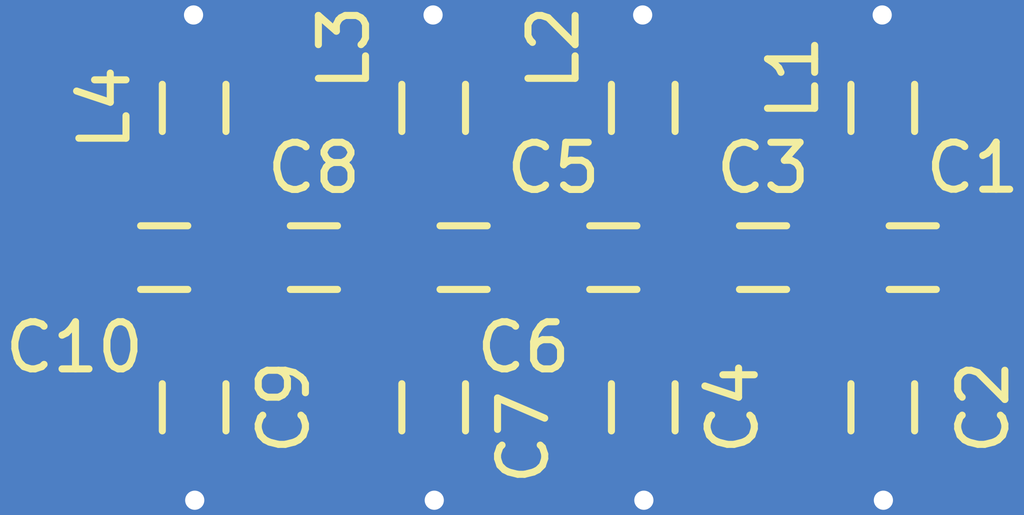
<source format=kicad_pcb>
(kicad_pcb (version 4) (host pcbnew "(2015-03-30 BZR 5554)-product")

  (general
    (links 20)
    (no_connects 0)
    (area 158.75 82.55 190.500001 107.950001)
    (thickness 1.6)
    (drawings 0)
    (tracks 47)
    (zones 0)
    (modules 14)
    (nets 9)
  )

  (page A4)
  (layers
    (0 F.Cu signal)
    (31 B.Cu signal hide)
    (32 B.Adhes user)
    (33 F.Adhes user)
    (34 B.Paste user)
    (35 F.Paste user)
    (36 B.SilkS user)
    (37 F.SilkS user)
    (38 B.Mask user)
    (39 F.Mask user)
    (40 Dwgs.User user)
    (41 Cmts.User user)
    (42 Eco1.User user)
    (43 Eco2.User user)
    (44 Edge.Cuts user)
    (45 Margin user)
    (46 B.CrtYd user)
    (47 F.CrtYd user)
    (48 B.Fab user)
    (49 F.Fab user)
  )

  (setup
    (last_trace_width 0.254)
    (trace_clearance 0.2032)
    (zone_clearance 0.508)
    (zone_45_only no)
    (trace_min 0.1524)
    (segment_width 0.2)
    (edge_width 0.1)
    (via_size 0.635)
    (via_drill 0.4064)
    (via_min_size 0.508)
    (via_min_drill 0.381)
    (uvia_size 0.3)
    (uvia_drill 0.1)
    (uvias_allowed no)
    (uvia_min_size 0)
    (uvia_min_drill 0)
    (pcb_text_width 0.3)
    (pcb_text_size 1.5 1.5)
    (mod_edge_width 0.15)
    (mod_text_size 1 1)
    (mod_text_width 0.15)
    (pad_size 1.5 1.5)
    (pad_drill 0.6)
    (pad_to_mask_clearance 0)
    (aux_axis_origin 0 0)
    (visible_elements FFFEFF7F)
    (pcbplotparams
      (layerselection 0x00030_80000001)
      (usegerberextensions false)
      (excludeedgelayer true)
      (linewidth 0.100000)
      (plotframeref false)
      (viasonmask false)
      (mode 1)
      (useauxorigin false)
      (hpglpennumber 1)
      (hpglpenspeed 20)
      (hpglpendiameter 15)
      (hpglpenoverlay 2)
      (psnegative false)
      (psa4output false)
      (plotreference true)
      (plotvalue true)
      (plotinvisibletext false)
      (padsonsilk false)
      (subtractmaskfromsilk false)
      (outputformat 1)
      (mirror false)
      (drillshape 1)
      (scaleselection 1)
      (outputdirectory ""))
  )

  (net 0 "")
  (net 1 "Net-(C1-Pad1)")
  (net 2 "Net-(C1-Pad2)")
  (net 3 GND)
  (net 4 "Net-(C3-Pad1)")
  (net 5 "Net-(C5-Pad1)")
  (net 6 "Net-(C6-Pad1)")
  (net 7 "Net-(C10-Pad2)")
  (net 8 "Net-(C10-Pad1)")

  (net_class Default "This is the default net class."
    (clearance 0.2032)
    (trace_width 0.254)
    (via_dia 0.635)
    (via_drill 0.4064)
    (uvia_dia 0.3)
    (uvia_drill 0.1)
    (add_net GND)
    (add_net "Net-(C1-Pad1)")
    (add_net "Net-(C1-Pad2)")
    (add_net "Net-(C10-Pad1)")
    (add_net "Net-(C10-Pad2)")
    (add_net "Net-(C3-Pad1)")
    (add_net "Net-(C5-Pad1)")
    (add_net "Net-(C6-Pad1)")
  )

  (module Resistors_SMD:R_0603 (layer F.Cu) (tedit 5415CC62) (tstamp 551A0FD8)
    (at 182.88 92.71)
    (descr "Resistor SMD 0603, reflow soldering, Vishay (see dcrcw.pdf)")
    (tags "resistor 0603")
    (path /551A5272)
    (attr smd)
    (fp_text reference C1 (at 1.27 -1.905) (layer F.SilkS)
      (effects (font (size 1 1) (thickness 0.15)))
    )
    (fp_text value 2.7p (at 0 1.9) (layer F.Fab)
      (effects (font (size 1 1) (thickness 0.15)))
    )
    (fp_line (start -1.3 -0.8) (end 1.3 -0.8) (layer F.CrtYd) (width 0.05))
    (fp_line (start -1.3 0.8) (end 1.3 0.8) (layer F.CrtYd) (width 0.05))
    (fp_line (start -1.3 -0.8) (end -1.3 0.8) (layer F.CrtYd) (width 0.05))
    (fp_line (start 1.3 -0.8) (end 1.3 0.8) (layer F.CrtYd) (width 0.05))
    (fp_line (start 0.5 0.675) (end -0.5 0.675) (layer F.SilkS) (width 0.15))
    (fp_line (start -0.5 -0.675) (end 0.5 -0.675) (layer F.SilkS) (width 0.15))
    (pad 1 smd rect (at -0.75 0) (size 0.5 0.9) (layers F.Cu F.Paste F.Mask)
      (net 1 "Net-(C1-Pad1)"))
    (pad 2 smd rect (at 0.75 0) (size 0.5 0.9) (layers F.Cu F.Paste F.Mask)
      (net 2 "Net-(C1-Pad2)"))
    (model Resistors_SMD.3dshapes/R_0603.wrl
      (at (xyz 0 0 0))
      (scale (xyz 1 1 1))
      (rotate (xyz 0 0 0))
    )
  )

  (module Resistors_SMD:R_0603 (layer F.Cu) (tedit 5415CC62) (tstamp 551A0FDE)
    (at 182.245 95.885 270)
    (descr "Resistor SMD 0603, reflow soldering, Vishay (see dcrcw.pdf)")
    (tags "resistor 0603")
    (path /551A5255)
    (attr smd)
    (fp_text reference C2 (at 0 -2.1336 270) (layer F.SilkS)
      (effects (font (size 1 1) (thickness 0.15)))
    )
    (fp_text value 8.2p (at 0 1.9 270) (layer F.Fab)
      (effects (font (size 1 1) (thickness 0.15)))
    )
    (fp_line (start -1.3 -0.8) (end 1.3 -0.8) (layer F.CrtYd) (width 0.05))
    (fp_line (start -1.3 0.8) (end 1.3 0.8) (layer F.CrtYd) (width 0.05))
    (fp_line (start -1.3 -0.8) (end -1.3 0.8) (layer F.CrtYd) (width 0.05))
    (fp_line (start 1.3 -0.8) (end 1.3 0.8) (layer F.CrtYd) (width 0.05))
    (fp_line (start 0.5 0.675) (end -0.5 0.675) (layer F.SilkS) (width 0.15))
    (fp_line (start -0.5 -0.675) (end 0.5 -0.675) (layer F.SilkS) (width 0.15))
    (pad 1 smd rect (at -0.75 0 270) (size 0.5 0.9) (layers F.Cu F.Paste F.Mask)
      (net 1 "Net-(C1-Pad1)"))
    (pad 2 smd rect (at 0.75 0 270) (size 0.5 0.9) (layers F.Cu F.Paste F.Mask)
      (net 3 GND))
    (model Resistors_SMD.3dshapes/R_0603.wrl
      (at (xyz 0 0 0))
      (scale (xyz 1 1 1))
      (rotate (xyz 0 0 0))
    )
  )

  (module Resistors_SMD:R_0603 (layer F.Cu) (tedit 5415CC62) (tstamp 551A0FE4)
    (at 179.705 92.71)
    (descr "Resistor SMD 0603, reflow soldering, Vishay (see dcrcw.pdf)")
    (tags "resistor 0603")
    (path /551A5399)
    (attr smd)
    (fp_text reference C3 (at 0 -1.9) (layer F.SilkS)
      (effects (font (size 1 1) (thickness 0.15)))
    )
    (fp_text value .5p (at 0 1.9) (layer F.Fab)
      (effects (font (size 1 1) (thickness 0.15)))
    )
    (fp_line (start -1.3 -0.8) (end 1.3 -0.8) (layer F.CrtYd) (width 0.05))
    (fp_line (start -1.3 0.8) (end 1.3 0.8) (layer F.CrtYd) (width 0.05))
    (fp_line (start -1.3 -0.8) (end -1.3 0.8) (layer F.CrtYd) (width 0.05))
    (fp_line (start 1.3 -0.8) (end 1.3 0.8) (layer F.CrtYd) (width 0.05))
    (fp_line (start 0.5 0.675) (end -0.5 0.675) (layer F.SilkS) (width 0.15))
    (fp_line (start -0.5 -0.675) (end 0.5 -0.675) (layer F.SilkS) (width 0.15))
    (pad 1 smd rect (at -0.75 0) (size 0.5 0.9) (layers F.Cu F.Paste F.Mask)
      (net 4 "Net-(C3-Pad1)"))
    (pad 2 smd rect (at 0.75 0) (size 0.5 0.9) (layers F.Cu F.Paste F.Mask)
      (net 1 "Net-(C1-Pad1)"))
    (model Resistors_SMD.3dshapes/R_0603.wrl
      (at (xyz 0 0 0))
      (scale (xyz 1 1 1))
      (rotate (xyz 0 0 0))
    )
  )

  (module Resistors_SMD:R_0603 (layer F.Cu) (tedit 5415CC62) (tstamp 551A0FEA)
    (at 177.165 95.885 270)
    (descr "Resistor SMD 0603, reflow soldering, Vishay (see dcrcw.pdf)")
    (tags "resistor 0603")
    (path /551A55E7)
    (attr smd)
    (fp_text reference C4 (at 0 -1.9 270) (layer F.SilkS)
      (effects (font (size 1 1) (thickness 0.15)))
    )
    (fp_text value 12p (at 0 1.9 270) (layer F.Fab)
      (effects (font (size 1 1) (thickness 0.15)))
    )
    (fp_line (start -1.3 -0.8) (end 1.3 -0.8) (layer F.CrtYd) (width 0.05))
    (fp_line (start -1.3 0.8) (end 1.3 0.8) (layer F.CrtYd) (width 0.05))
    (fp_line (start -1.3 -0.8) (end -1.3 0.8) (layer F.CrtYd) (width 0.05))
    (fp_line (start 1.3 -0.8) (end 1.3 0.8) (layer F.CrtYd) (width 0.05))
    (fp_line (start 0.5 0.675) (end -0.5 0.675) (layer F.SilkS) (width 0.15))
    (fp_line (start -0.5 -0.675) (end 0.5 -0.675) (layer F.SilkS) (width 0.15))
    (pad 1 smd rect (at -0.75 0 270) (size 0.5 0.9) (layers F.Cu F.Paste F.Mask)
      (net 4 "Net-(C3-Pad1)"))
    (pad 2 smd rect (at 0.75 0 270) (size 0.5 0.9) (layers F.Cu F.Paste F.Mask)
      (net 3 GND))
    (model Resistors_SMD.3dshapes/R_0603.wrl
      (at (xyz 0 0 0))
      (scale (xyz 1 1 1))
      (rotate (xyz 0 0 0))
    )
  )

  (module Resistors_SMD:R_0603 (layer F.Cu) (tedit 5415CC62) (tstamp 551A0FF0)
    (at 176.53 92.71)
    (descr "Resistor SMD 0603, reflow soldering, Vishay (see dcrcw.pdf)")
    (tags "resistor 0603")
    (path /551A55ED)
    (attr smd)
    (fp_text reference C5 (at -1.27 -1.9) (layer F.SilkS)
      (effects (font (size 1 1) (thickness 0.15)))
    )
    (fp_text value .5p (at 0 1.9) (layer F.Fab)
      (effects (font (size 1 1) (thickness 0.15)))
    )
    (fp_line (start -1.3 -0.8) (end 1.3 -0.8) (layer F.CrtYd) (width 0.05))
    (fp_line (start -1.3 0.8) (end 1.3 0.8) (layer F.CrtYd) (width 0.05))
    (fp_line (start -1.3 -0.8) (end -1.3 0.8) (layer F.CrtYd) (width 0.05))
    (fp_line (start 1.3 -0.8) (end 1.3 0.8) (layer F.CrtYd) (width 0.05))
    (fp_line (start 0.5 0.675) (end -0.5 0.675) (layer F.SilkS) (width 0.15))
    (fp_line (start -0.5 -0.675) (end 0.5 -0.675) (layer F.SilkS) (width 0.15))
    (pad 1 smd rect (at -0.75 0) (size 0.5 0.9) (layers F.Cu F.Paste F.Mask)
      (net 5 "Net-(C5-Pad1)"))
    (pad 2 smd rect (at 0.75 0) (size 0.5 0.9) (layers F.Cu F.Paste F.Mask)
      (net 4 "Net-(C3-Pad1)"))
    (model Resistors_SMD.3dshapes/R_0603.wrl
      (at (xyz 0 0 0))
      (scale (xyz 1 1 1))
      (rotate (xyz 0 0 0))
    )
  )

  (module Resistors_SMD:R_0603 (layer F.Cu) (tedit 5415CC62) (tstamp 551A0FF6)
    (at 173.355 92.71)
    (descr "Resistor SMD 0603, reflow soldering, Vishay (see dcrcw.pdf)")
    (tags "resistor 0603")
    (path /551A6352)
    (attr smd)
    (fp_text reference C6 (at 1.27 1.905) (layer F.SilkS)
      (effects (font (size 1 1) (thickness 0.15)))
    )
    (fp_text value 1p (at 0 1.9) (layer F.Fab)
      (effects (font (size 1 1) (thickness 0.15)))
    )
    (fp_line (start -1.3 -0.8) (end 1.3 -0.8) (layer F.CrtYd) (width 0.05))
    (fp_line (start -1.3 0.8) (end 1.3 0.8) (layer F.CrtYd) (width 0.05))
    (fp_line (start -1.3 -0.8) (end -1.3 0.8) (layer F.CrtYd) (width 0.05))
    (fp_line (start 1.3 -0.8) (end 1.3 0.8) (layer F.CrtYd) (width 0.05))
    (fp_line (start 0.5 0.675) (end -0.5 0.675) (layer F.SilkS) (width 0.15))
    (fp_line (start -0.5 -0.675) (end 0.5 -0.675) (layer F.SilkS) (width 0.15))
    (pad 1 smd rect (at -0.75 0) (size 0.5 0.9) (layers F.Cu F.Paste F.Mask)
      (net 6 "Net-(C6-Pad1)"))
    (pad 2 smd rect (at 0.75 0) (size 0.5 0.9) (layers F.Cu F.Paste F.Mask)
      (net 5 "Net-(C5-Pad1)"))
    (model Resistors_SMD.3dshapes/R_0603.wrl
      (at (xyz 0 0 0))
      (scale (xyz 1 1 1))
      (rotate (xyz 0 0 0))
    )
  )

  (module Resistors_SMD:R_0603 (layer F.Cu) (tedit 5415CC62) (tstamp 551A0FFC)
    (at 172.72 95.885 270)
    (descr "Resistor SMD 0603, reflow soldering, Vishay (see dcrcw.pdf)")
    (tags "resistor 0603")
    (path /551A57F5)
    (attr smd)
    (fp_text reference C7 (at 0.635 -1.9 270) (layer F.SilkS)
      (effects (font (size 1 1) (thickness 0.15)))
    )
    (fp_text value 12p (at 0 1.9 270) (layer F.Fab)
      (effects (font (size 1 1) (thickness 0.15)))
    )
    (fp_line (start -1.3 -0.8) (end 1.3 -0.8) (layer F.CrtYd) (width 0.05))
    (fp_line (start -1.3 0.8) (end 1.3 0.8) (layer F.CrtYd) (width 0.05))
    (fp_line (start -1.3 -0.8) (end -1.3 0.8) (layer F.CrtYd) (width 0.05))
    (fp_line (start 1.3 -0.8) (end 1.3 0.8) (layer F.CrtYd) (width 0.05))
    (fp_line (start 0.5 0.675) (end -0.5 0.675) (layer F.SilkS) (width 0.15))
    (fp_line (start -0.5 -0.675) (end 0.5 -0.675) (layer F.SilkS) (width 0.15))
    (pad 1 smd rect (at -0.75 0 270) (size 0.5 0.9) (layers F.Cu F.Paste F.Mask)
      (net 6 "Net-(C6-Pad1)"))
    (pad 2 smd rect (at 0.75 0 270) (size 0.5 0.9) (layers F.Cu F.Paste F.Mask)
      (net 3 GND))
    (model Resistors_SMD.3dshapes/R_0603.wrl
      (at (xyz 0 0 0))
      (scale (xyz 1 1 1))
      (rotate (xyz 0 0 0))
    )
  )

  (module Resistors_SMD:R_0603 (layer F.Cu) (tedit 5415CC62) (tstamp 551A1002)
    (at 170.18 92.71)
    (descr "Resistor SMD 0603, reflow soldering, Vishay (see dcrcw.pdf)")
    (tags "resistor 0603")
    (path /551A57FB)
    (attr smd)
    (fp_text reference C8 (at 0 -1.9) (layer F.SilkS)
      (effects (font (size 1 1) (thickness 0.15)))
    )
    (fp_text value .5p (at 0 1.9) (layer F.Fab)
      (effects (font (size 1 1) (thickness 0.15)))
    )
    (fp_line (start -1.3 -0.8) (end 1.3 -0.8) (layer F.CrtYd) (width 0.05))
    (fp_line (start -1.3 0.8) (end 1.3 0.8) (layer F.CrtYd) (width 0.05))
    (fp_line (start -1.3 -0.8) (end -1.3 0.8) (layer F.CrtYd) (width 0.05))
    (fp_line (start 1.3 -0.8) (end 1.3 0.8) (layer F.CrtYd) (width 0.05))
    (fp_line (start 0.5 0.675) (end -0.5 0.675) (layer F.SilkS) (width 0.15))
    (fp_line (start -0.5 -0.675) (end 0.5 -0.675) (layer F.SilkS) (width 0.15))
    (pad 1 smd rect (at -0.75 0) (size 0.5 0.9) (layers F.Cu F.Paste F.Mask)
      (net 7 "Net-(C10-Pad2)"))
    (pad 2 smd rect (at 0.75 0) (size 0.5 0.9) (layers F.Cu F.Paste F.Mask)
      (net 6 "Net-(C6-Pad1)"))
    (model Resistors_SMD.3dshapes/R_0603.wrl
      (at (xyz 0 0 0))
      (scale (xyz 1 1 1))
      (rotate (xyz 0 0 0))
    )
  )

  (module Resistors_SMD:R_0603 (layer F.Cu) (tedit 5415CC62) (tstamp 551A1008)
    (at 167.64 95.885 270)
    (descr "Resistor SMD 0603, reflow soldering, Vishay (see dcrcw.pdf)")
    (tags "resistor 0603")
    (path /551A5807)
    (attr smd)
    (fp_text reference C9 (at 0 -1.905 270) (layer F.SilkS)
      (effects (font (size 1 1) (thickness 0.15)))
    )
    (fp_text value 8.2p (at 0 1.9 270) (layer F.Fab)
      (effects (font (size 1 1) (thickness 0.15)))
    )
    (fp_line (start -1.3 -0.8) (end 1.3 -0.8) (layer F.CrtYd) (width 0.05))
    (fp_line (start -1.3 0.8) (end 1.3 0.8) (layer F.CrtYd) (width 0.05))
    (fp_line (start -1.3 -0.8) (end -1.3 0.8) (layer F.CrtYd) (width 0.05))
    (fp_line (start 1.3 -0.8) (end 1.3 0.8) (layer F.CrtYd) (width 0.05))
    (fp_line (start 0.5 0.675) (end -0.5 0.675) (layer F.SilkS) (width 0.15))
    (fp_line (start -0.5 -0.675) (end 0.5 -0.675) (layer F.SilkS) (width 0.15))
    (pad 1 smd rect (at -0.75 0 270) (size 0.5 0.9) (layers F.Cu F.Paste F.Mask)
      (net 7 "Net-(C10-Pad2)"))
    (pad 2 smd rect (at 0.75 0 270) (size 0.5 0.9) (layers F.Cu F.Paste F.Mask)
      (net 3 GND))
    (model Resistors_SMD.3dshapes/R_0603.wrl
      (at (xyz 0 0 0))
      (scale (xyz 1 1 1))
      (rotate (xyz 0 0 0))
    )
  )

  (module Resistors_SMD:R_0603 (layer F.Cu) (tedit 5415CC62) (tstamp 551A100E)
    (at 167.005 92.71)
    (descr "Resistor SMD 0603, reflow soldering, Vishay (see dcrcw.pdf)")
    (tags "resistor 0603")
    (path /551A580D)
    (attr smd)
    (fp_text reference C10 (at -1.905 1.905) (layer F.SilkS)
      (effects (font (size 1 1) (thickness 0.15)))
    )
    (fp_text value 2.7p (at 0 1.9) (layer F.Fab)
      (effects (font (size 1 1) (thickness 0.15)))
    )
    (fp_line (start -1.3 -0.8) (end 1.3 -0.8) (layer F.CrtYd) (width 0.05))
    (fp_line (start -1.3 0.8) (end 1.3 0.8) (layer F.CrtYd) (width 0.05))
    (fp_line (start -1.3 -0.8) (end -1.3 0.8) (layer F.CrtYd) (width 0.05))
    (fp_line (start 1.3 -0.8) (end 1.3 0.8) (layer F.CrtYd) (width 0.05))
    (fp_line (start 0.5 0.675) (end -0.5 0.675) (layer F.SilkS) (width 0.15))
    (fp_line (start -0.5 -0.675) (end 0.5 -0.675) (layer F.SilkS) (width 0.15))
    (pad 1 smd rect (at -0.75 0) (size 0.5 0.9) (layers F.Cu F.Paste F.Mask)
      (net 8 "Net-(C10-Pad1)"))
    (pad 2 smd rect (at 0.75 0) (size 0.5 0.9) (layers F.Cu F.Paste F.Mask)
      (net 7 "Net-(C10-Pad2)"))
    (model Resistors_SMD.3dshapes/R_0603.wrl
      (at (xyz 0 0 0))
      (scale (xyz 1 1 1))
      (rotate (xyz 0 0 0))
    )
  )

  (module Resistors_SMD:R_0603 (layer F.Cu) (tedit 5415CC62) (tstamp 551A1014)
    (at 182.245 89.535 90)
    (descr "Resistor SMD 0603, reflow soldering, Vishay (see dcrcw.pdf)")
    (tags "resistor 0603")
    (path /551A5228)
    (attr smd)
    (fp_text reference L1 (at 0.635 -1.9 90) (layer F.SilkS)
      (effects (font (size 1 1) (thickness 0.15)))
    )
    (fp_text value 100n (at 0 1.9 90) (layer F.Fab)
      (effects (font (size 1 1) (thickness 0.15)))
    )
    (fp_line (start -1.3 -0.8) (end 1.3 -0.8) (layer F.CrtYd) (width 0.05))
    (fp_line (start -1.3 0.8) (end 1.3 0.8) (layer F.CrtYd) (width 0.05))
    (fp_line (start -1.3 -0.8) (end -1.3 0.8) (layer F.CrtYd) (width 0.05))
    (fp_line (start 1.3 -0.8) (end 1.3 0.8) (layer F.CrtYd) (width 0.05))
    (fp_line (start 0.5 0.675) (end -0.5 0.675) (layer F.SilkS) (width 0.15))
    (fp_line (start -0.5 -0.675) (end 0.5 -0.675) (layer F.SilkS) (width 0.15))
    (pad 1 smd rect (at -0.75 0 90) (size 0.5 0.9) (layers F.Cu F.Paste F.Mask)
      (net 1 "Net-(C1-Pad1)"))
    (pad 2 smd rect (at 0.75 0 90) (size 0.5 0.9) (layers F.Cu F.Paste F.Mask)
      (net 3 GND))
    (model Resistors_SMD.3dshapes/R_0603.wrl
      (at (xyz 0 0 0))
      (scale (xyz 1 1 1))
      (rotate (xyz 0 0 0))
    )
  )

  (module Resistors_SMD:R_0603 (layer F.Cu) (tedit 5415CC62) (tstamp 551A101A)
    (at 177.165 89.535 90)
    (descr "Resistor SMD 0603, reflow soldering, Vishay (see dcrcw.pdf)")
    (tags "resistor 0603")
    (path /551A55E1)
    (attr smd)
    (fp_text reference L2 (at 1.27 -1.9 90) (layer F.SilkS)
      (effects (font (size 1 1) (thickness 0.15)))
    )
    (fp_text value 91n (at 0 1.9 90) (layer F.Fab)
      (effects (font (size 1 1) (thickness 0.15)))
    )
    (fp_line (start -1.3 -0.8) (end 1.3 -0.8) (layer F.CrtYd) (width 0.05))
    (fp_line (start -1.3 0.8) (end 1.3 0.8) (layer F.CrtYd) (width 0.05))
    (fp_line (start -1.3 -0.8) (end -1.3 0.8) (layer F.CrtYd) (width 0.05))
    (fp_line (start 1.3 -0.8) (end 1.3 0.8) (layer F.CrtYd) (width 0.05))
    (fp_line (start 0.5 0.675) (end -0.5 0.675) (layer F.SilkS) (width 0.15))
    (fp_line (start -0.5 -0.675) (end 0.5 -0.675) (layer F.SilkS) (width 0.15))
    (pad 1 smd rect (at -0.75 0 90) (size 0.5 0.9) (layers F.Cu F.Paste F.Mask)
      (net 4 "Net-(C3-Pad1)"))
    (pad 2 smd rect (at 0.75 0 90) (size 0.5 0.9) (layers F.Cu F.Paste F.Mask)
      (net 3 GND))
    (model Resistors_SMD.3dshapes/R_0603.wrl
      (at (xyz 0 0 0))
      (scale (xyz 1 1 1))
      (rotate (xyz 0 0 0))
    )
  )

  (module Resistors_SMD:R_0603 (layer F.Cu) (tedit 5415CC62) (tstamp 551A1020)
    (at 172.72 89.535 90)
    (descr "Resistor SMD 0603, reflow soldering, Vishay (see dcrcw.pdf)")
    (tags "resistor 0603")
    (path /551A57EF)
    (attr smd)
    (fp_text reference L3 (at 1.27 -1.9 90) (layer F.SilkS)
      (effects (font (size 1 1) (thickness 0.15)))
    )
    (fp_text value 91n (at 0 1.9 90) (layer F.Fab)
      (effects (font (size 1 1) (thickness 0.15)))
    )
    (fp_line (start -1.3 -0.8) (end 1.3 -0.8) (layer F.CrtYd) (width 0.05))
    (fp_line (start -1.3 0.8) (end 1.3 0.8) (layer F.CrtYd) (width 0.05))
    (fp_line (start -1.3 -0.8) (end -1.3 0.8) (layer F.CrtYd) (width 0.05))
    (fp_line (start 1.3 -0.8) (end 1.3 0.8) (layer F.CrtYd) (width 0.05))
    (fp_line (start 0.5 0.675) (end -0.5 0.675) (layer F.SilkS) (width 0.15))
    (fp_line (start -0.5 -0.675) (end 0.5 -0.675) (layer F.SilkS) (width 0.15))
    (pad 1 smd rect (at -0.75 0 90) (size 0.5 0.9) (layers F.Cu F.Paste F.Mask)
      (net 6 "Net-(C6-Pad1)"))
    (pad 2 smd rect (at 0.75 0 90) (size 0.5 0.9) (layers F.Cu F.Paste F.Mask)
      (net 3 GND))
    (model Resistors_SMD.3dshapes/R_0603.wrl
      (at (xyz 0 0 0))
      (scale (xyz 1 1 1))
      (rotate (xyz 0 0 0))
    )
  )

  (module Resistors_SMD:R_0603 (layer F.Cu) (tedit 5415CC62) (tstamp 551A1026)
    (at 167.64 89.535 90)
    (descr "Resistor SMD 0603, reflow soldering, Vishay (see dcrcw.pdf)")
    (tags "resistor 0603")
    (path /551A5801)
    (attr smd)
    (fp_text reference L4 (at 0 -1.9 90) (layer F.SilkS)
      (effects (font (size 1 1) (thickness 0.15)))
    )
    (fp_text value 100n (at 0 1.9 90) (layer F.Fab)
      (effects (font (size 1 1) (thickness 0.15)))
    )
    (fp_line (start -1.3 -0.8) (end 1.3 -0.8) (layer F.CrtYd) (width 0.05))
    (fp_line (start -1.3 0.8) (end 1.3 0.8) (layer F.CrtYd) (width 0.05))
    (fp_line (start -1.3 -0.8) (end -1.3 0.8) (layer F.CrtYd) (width 0.05))
    (fp_line (start 1.3 -0.8) (end 1.3 0.8) (layer F.CrtYd) (width 0.05))
    (fp_line (start 0.5 0.675) (end -0.5 0.675) (layer F.SilkS) (width 0.15))
    (fp_line (start -0.5 -0.675) (end 0.5 -0.675) (layer F.SilkS) (width 0.15))
    (pad 1 smd rect (at -0.75 0 90) (size 0.5 0.9) (layers F.Cu F.Paste F.Mask)
      (net 7 "Net-(C10-Pad2)"))
    (pad 2 smd rect (at 0.75 0 90) (size 0.5 0.9) (layers F.Cu F.Paste F.Mask)
      (net 3 GND))
    (model Resistors_SMD.3dshapes/R_0603.wrl
      (at (xyz 0 0 0))
      (scale (xyz 1 1 1))
      (rotate (xyz 0 0 0))
    )
  )

  (segment (start 182.13 95.02) (end 182.245 95.135) (width 0.254) (layer F.Cu) (net 1))
  (segment (start 182.13 92.71) (end 182.13 95.02) (width 0.254) (layer F.Cu) (net 1))
  (segment (start 180.455 92.71) (end 182.13 92.71) (width 0.254) (layer F.Cu) (net 1))
  (segment (start 182.13 90.4) (end 182.245 90.285) (width 0.254) (layer F.Cu) (net 1))
  (segment (start 182.13 92.71) (end 182.13 90.4) (width 0.254) (layer F.Cu) (net 1))
  (via (at 167.652647 97.855645) (size 0.635) (drill 0.4064) (layers F.Cu B.Cu) (net 3))
  (segment (start 167.64 97.842998) (end 167.652647 97.855645) (width 0.254) (layer F.Cu) (net 3))
  (segment (start 167.64 96.52) (end 167.64 97.842998) (width 0.254) (layer F.Cu) (net 3))
  (via (at 172.732647 97.855645) (size 0.635) (drill 0.4064) (layers F.Cu B.Cu) (net 3) (tstamp 551A13B9))
  (segment (start 172.72 96.52) (end 172.72 97.842998) (width 0.254) (layer F.Cu) (net 3) (tstamp 551A13BA))
  (segment (start 172.72 97.842998) (end 172.732647 97.855645) (width 0.254) (layer F.Cu) (net 3) (tstamp 551A13BB))
  (via (at 177.177647 97.855645) (size 0.635) (drill 0.4064) (layers F.Cu B.Cu) (net 3) (tstamp 551A13BC))
  (segment (start 177.165 96.52) (end 177.165 97.842998) (width 0.254) (layer F.Cu) (net 3) (tstamp 551A13BD))
  (segment (start 177.165 97.842998) (end 177.177647 97.855645) (width 0.254) (layer F.Cu) (net 3) (tstamp 551A13BE))
  (via (at 182.257647 97.855645) (size 0.635) (drill 0.4064) (layers F.Cu B.Cu) (net 3) (tstamp 551A13BF))
  (segment (start 182.245 96.52) (end 182.245 97.842998) (width 0.254) (layer F.Cu) (net 3) (tstamp 551A13C0))
  (segment (start 182.245 97.842998) (end 182.257647 97.855645) (width 0.254) (layer F.Cu) (net 3) (tstamp 551A13C1))
  (via (at 182.232353 87.564355) (size 0.635) (drill 0.4064) (layers F.Cu B.Cu) (net 3) (tstamp 551A13C4))
  (via (at 177.152353 87.564355) (size 0.635) (drill 0.4064) (layers F.Cu B.Cu) (net 3) (tstamp 551A13C5))
  (via (at 172.707353 87.564355) (size 0.635) (drill 0.4064) (layers F.Cu B.Cu) (net 3) (tstamp 551A13C6))
  (via (at 167.627353 87.564355) (size 0.635) (drill 0.4064) (layers F.Cu B.Cu) (net 3) (tstamp 551A13C7))
  (segment (start 172.72 87.577002) (end 172.707353 87.564355) (width 0.254) (layer F.Cu) (net 3) (tstamp 551A13C8))
  (segment (start 167.64 88.9) (end 167.64 87.577002) (width 0.254) (layer F.Cu) (net 3) (tstamp 551A13C9))
  (segment (start 172.72 88.9) (end 172.72 87.577002) (width 0.254) (layer F.Cu) (net 3) (tstamp 551A13CA))
  (segment (start 167.64 87.577002) (end 167.627353 87.564355) (width 0.254) (layer F.Cu) (net 3) (tstamp 551A13CB))
  (segment (start 182.245 87.577002) (end 182.232353 87.564355) (width 0.254) (layer F.Cu) (net 3) (tstamp 551A13CC))
  (segment (start 177.165 87.577002) (end 177.152353 87.564355) (width 0.254) (layer F.Cu) (net 3) (tstamp 551A13CD))
  (segment (start 182.245 88.9) (end 182.245 87.577002) (width 0.254) (layer F.Cu) (net 3) (tstamp 551A13CE))
  (segment (start 177.165 88.9) (end 177.165 87.577002) (width 0.254) (layer F.Cu) (net 3) (tstamp 551A13CF))
  (segment (start 177.28 95.02) (end 177.165 95.135) (width 0.254) (layer F.Cu) (net 4))
  (segment (start 177.28 92.71) (end 177.28 95.02) (width 0.254) (layer F.Cu) (net 4))
  (segment (start 178.955 92.71) (end 177.28 92.71) (width 0.254) (layer F.Cu) (net 4))
  (segment (start 177.28 90.4) (end 177.165 90.285) (width 0.254) (layer F.Cu) (net 4))
  (segment (start 177.28 92.71) (end 177.28 90.4) (width 0.254) (layer F.Cu) (net 4))
  (segment (start 175.78 92.71) (end 174.105 92.71) (width 0.254) (layer F.Cu) (net 5))
  (segment (start 170.93 92.71) (end 172.605 92.71) (width 0.254) (layer F.Cu) (net 6))
  (segment (start 172.605 95.02) (end 172.72 95.135) (width 0.254) (layer F.Cu) (net 6))
  (segment (start 172.605 92.71) (end 172.605 95.02) (width 0.254) (layer F.Cu) (net 6))
  (segment (start 172.605 90.4) (end 172.72 90.285) (width 0.254) (layer F.Cu) (net 6))
  (segment (start 172.605 92.71) (end 172.605 90.4) (width 0.254) (layer F.Cu) (net 6))
  (segment (start 167.64 92.825) (end 167.755 92.71) (width 0.254) (layer F.Cu) (net 7))
  (segment (start 167.64 92.595) (end 167.755 92.71) (width 0.254) (layer F.Cu) (net 7))
  (segment (start 167.755 92.71) (end 169.43 92.71) (width 0.254) (layer F.Cu) (net 7))
  (segment (start 167.755 95.02) (end 167.64 95.135) (width 0.254) (layer F.Cu) (net 7))
  (segment (start 167.755 92.71) (end 167.755 95.02) (width 0.254) (layer F.Cu) (net 7))
  (segment (start 167.755 90.4) (end 167.64 90.285) (width 0.254) (layer F.Cu) (net 7))
  (segment (start 167.755 92.71) (end 167.755 90.4) (width 0.254) (layer F.Cu) (net 7))

  (zone (net 3) (net_name GND) (layer B.Cu) (tstamp 0) (hatch full 0.508)
    (connect_pads yes (clearance 0.508))
    (min_thickness 0.254)
    (fill yes (arc_segments 16) (thermal_gap 0.508) (thermal_bridge_width 0.508))
    (polygon
      (pts
        (xy 158.75 82.55) (xy 158.75 107.95) (xy 190.5 107.95) (xy 190.5 82.55)
      )
    )
    (filled_polygon
      (pts
        (xy 190.373 107.823) (xy 158.877 107.823) (xy 158.877 82.677) (xy 190.373 82.677) (xy 190.373 107.823)
      )
    )
  )
)

</source>
